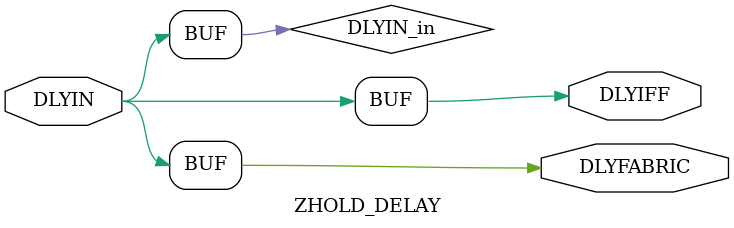
<source format=v>

`timescale  1 ps / 1 ps

`celldefine

module ZHOLD_DELAY (
          DLYFABRIC,
          DLYIFF,
          DLYIN
       );

       parameter [0:0] IS_DLYIN_INVERTED = 1'b0;
       parameter ZHOLD_FABRIC = "DEFAULT"; // {"DEFAULT", "0", .... "31"}
       parameter ZHOLD_IFF    = "DEFAULT"; // {"DEFAULT", "0", .... "31"}

`ifdef XIL_TIMING

  parameter LOC = "UNPLACED";

`endif

       output DLYFABRIC;
       output DLYIFF;

       input  DLYIN;

       wire DLYIN_in;

       assign DLYIN_in = IS_DLYIN_INVERTED ^ DLYIN;

       assign DLYFABRIC = DLYIN_in;
       assign DLYIFF = DLYIN_in;

endmodule

`endcelldefine

</source>
